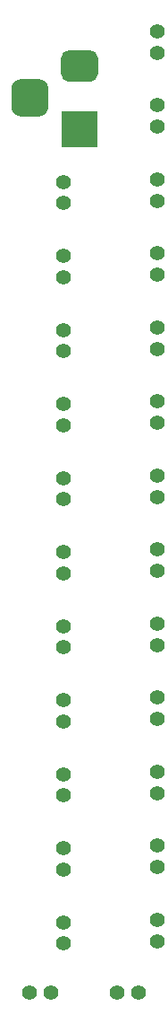
<source format=gbs>
%TF.GenerationSoftware,KiCad,Pcbnew,5.1.10*%
%TF.CreationDate,2021-12-13T09:13:28+01:00*%
%TF.ProjectId,power_board,706f7765-725f-4626-9f61-72642e6b6963,rev?*%
%TF.SameCoordinates,Original*%
%TF.FileFunction,Soldermask,Bot*%
%TF.FilePolarity,Negative*%
%FSLAX46Y46*%
G04 Gerber Fmt 4.6, Leading zero omitted, Abs format (unit mm)*
G04 Created by KiCad (PCBNEW 5.1.10) date 2021-12-13 09:13:28*
%MOMM*%
%LPD*%
G01*
G04 APERTURE LIST*
%ADD10C,1.397000*%
%ADD11R,3.500000X3.500000*%
G04 APERTURE END LIST*
D10*
X106140002Y-117856000D03*
X104140000Y-117856000D03*
X97885001Y-117856000D03*
X95884999Y-117856000D03*
X99060000Y-99282001D03*
X99060000Y-97281999D03*
X99060000Y-92297001D03*
X99060000Y-90296999D03*
X99060000Y-85312001D03*
X99060000Y-83311999D03*
X99060000Y-78327001D03*
X99060000Y-76326999D03*
X99060000Y-71342001D03*
X99060000Y-69341999D03*
X99060000Y-64357001D03*
X99060000Y-62356999D03*
X99060000Y-57372002D03*
X99060000Y-55372000D03*
X99060000Y-50387001D03*
X99060000Y-48386999D03*
X99060000Y-43402002D03*
X99060000Y-41402000D03*
X99060000Y-106267001D03*
X99060000Y-104266999D03*
X99060000Y-113252001D03*
X99060000Y-111251999D03*
X107950000Y-27209999D03*
X107950000Y-29210001D03*
X107950000Y-34194999D03*
X107950000Y-36195001D03*
X107950000Y-41179999D03*
X107950000Y-43180001D03*
X107950000Y-48164998D03*
X107950000Y-50165000D03*
X107950000Y-55149999D03*
X107950000Y-57150001D03*
X107950000Y-62134998D03*
X107950000Y-64135000D03*
X107950000Y-69119999D03*
X107950000Y-71120001D03*
X107950000Y-76104998D03*
X107950000Y-78105000D03*
X107950000Y-83089999D03*
X107950000Y-85090001D03*
X107950000Y-90074999D03*
X107950000Y-92075001D03*
X107950000Y-97059999D03*
X107950000Y-99060001D03*
X107950000Y-104044999D03*
X107950000Y-106045001D03*
X107950000Y-111029998D03*
X107950000Y-113030000D03*
G36*
G01*
X95010000Y-31730000D02*
X96760000Y-31730000D01*
G75*
G02*
X97635000Y-32605000I0J-875000D01*
G01*
X97635000Y-34355000D01*
G75*
G02*
X96760000Y-35230000I-875000J0D01*
G01*
X95010000Y-35230000D01*
G75*
G02*
X94135000Y-34355000I0J875000D01*
G01*
X94135000Y-32605000D01*
G75*
G02*
X95010000Y-31730000I875000J0D01*
G01*
G37*
G36*
G01*
X99585000Y-28980000D02*
X101585000Y-28980000D01*
G75*
G02*
X102335000Y-29730000I0J-750000D01*
G01*
X102335000Y-31230000D01*
G75*
G02*
X101585000Y-31980000I-750000J0D01*
G01*
X99585000Y-31980000D01*
G75*
G02*
X98835000Y-31230000I0J750000D01*
G01*
X98835000Y-29730000D01*
G75*
G02*
X99585000Y-28980000I750000J0D01*
G01*
G37*
D11*
X100585000Y-36480000D03*
M02*

</source>
